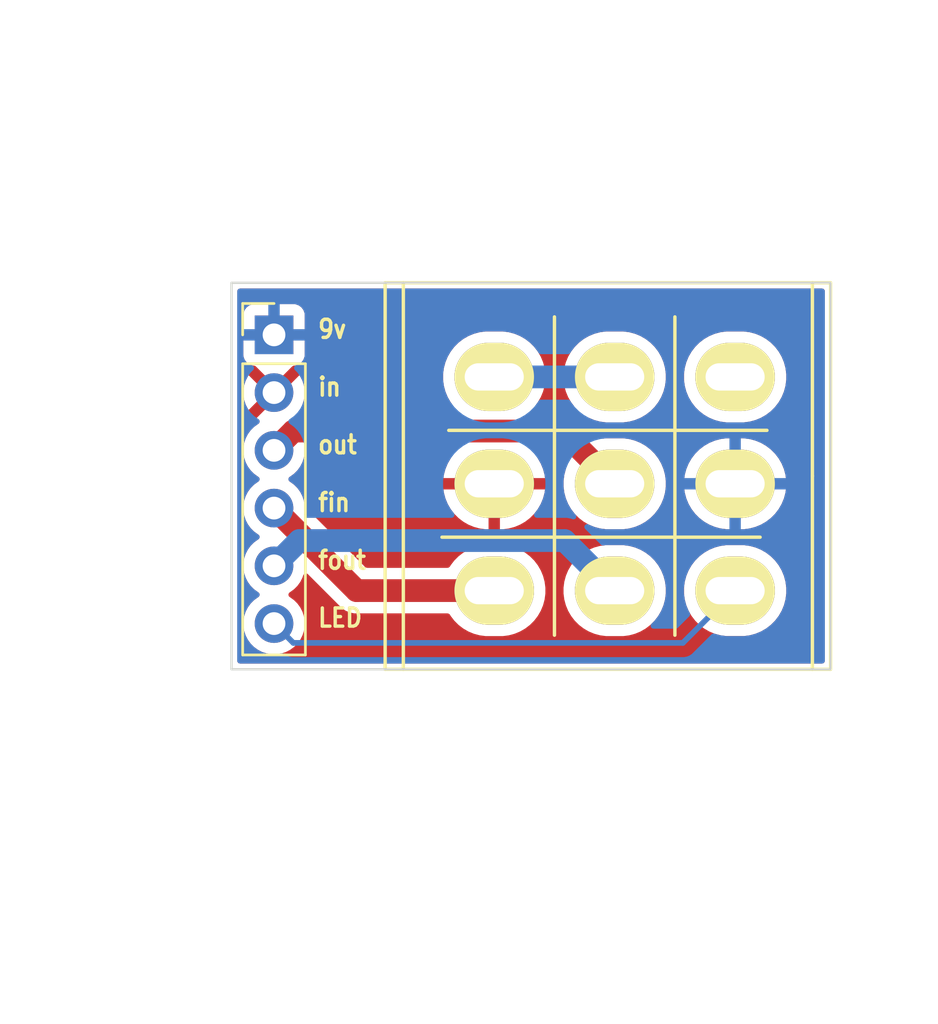
<source format=kicad_pcb>
(kicad_pcb (version 20241229) (generator "pcbnew") (generator_version "9.0")
  (title_block (title "Wah") (date "2025-11-13") (rev "0.6.1") (company "KnightHill Engineering"))
  (layers (0 "F.Cu" power) (2 "B.Cu" power) (13 "F.Paste" user) (15 "B.Paste" user) (5 "F.SilkS" user "F.Silkscreen") (7 "B.SilkS" user "B.Silkscreen") (1 "F.Mask" user) (3 "B.Mask" user) (25 "Edge.Cuts" user))
  (net 0 "")
  (net 1 "Net-(J2-Pin_4)")
  (net 2 "Net-(J2-Pin_6)")
  (net 3 "Net-(J2-Pin_3)")
  (net 4 "Net-(J2-Pin_5)")
  (net 5 "/JIN")
  (net 6 "Net-(SW1-A-Pad1)")
  (net 8 "/9V")
  (footprint "CustomFootprints:Switches_Stomp_Switch_3PDT" (layer "F.Cu") (at 132.1 101.785)
    (property "Reference" "SW1" (hide yes))
    (property "Value" "SW_Push_3PDT" (hide yes))
    (fp_line (start -9.8 -8.5) (end -9 -8.5) (stroke (width 0.15)) (layer "F.SilkS"))
    (fp_line (start -9.8 8.5) (end -9.8 -8.5) (stroke (width 0.15)) (layer "F.SilkS"))
    (fp_line (start -9 -8.5) (end 9 -8.5) (stroke (width 0.15)) (layer "F.SilkS"))
    (fp_line (start -9 8.5) (end -9.8 8.5) (stroke (width 0.15)) (layer "F.SilkS"))
    (fp_line (start -9 8.5) (end -9 -8.5) (stroke (width 0.15)) (layer "F.SilkS"))
    (fp_line (start -9 8.5) (end 9 8.5) (stroke (width 0.15)) (layer "F.SilkS"))
    (fp_line (start -7 -2.01) (end 7 -2.01) (stroke (width 0.15)) (layer "F.SilkS"))
    (fp_line (start -2.35 -7) (end -2.35 7) (stroke (width 0.15)) (layer "F.SilkS"))
    (fp_line (start 2.95 7) (end 2.95 -7) (stroke (width 0.15)) (layer "F.SilkS"))
    (fp_line (start 6.7 2.69) (end -7.3 2.69) (stroke (width 0.15)) (layer "F.SilkS"))
    (fp_line (start 9 -8.5) (end 9 0) (stroke (width 0.15)) (layer "F.SilkS"))
    (fp_line (start 9 8.5) (end 9 0) (stroke (width 0.15)) (layer "F.SilkS"))
    (fp_line (start 9.8 -8.5) (end 9 -8.5) (stroke (width 0.15)) (layer "F.SilkS"))
    (fp_line (start 9.8 8.5) (end 9 8.5) (stroke (width 0.15)) (layer "F.SilkS"))
    (fp_line (start 9.8 8.5) (end 9.8 -8.5) (stroke (width 0.15)) (layer "F.SilkS"))
    (pad "1" thru_hole oval (at -5 -4.36) (size 3.5 3) (drill oval 2.6 1.2) (layers "*.Cu" "*.Mask" "F.SilkS") (net 6 "Net-(SW1-A-Pad1)"))
    (pad "2" thru_hole oval (at -5 0.34) (size 3.5 3) (drill oval 2.6 1.2) (layers "*.Cu" "*.Mask" "F.SilkS") (net 5 "/JIN"))
    (pad "3" thru_hole oval (at -5 5.04) (size 3.5 3) (drill oval 2.6 1.2) (layers "*.Cu" "*.Mask" "F.SilkS") (net 1 "Net-(J2-Pin_4)"))
    (pad "4" thru_hole oval (at 0.3 -4.36) (size 3.5 3) (drill oval 2.6 1.2) (layers "*.Cu" "*.Mask" "F.SilkS") (net 6 "Net-(SW1-A-Pad1)"))
    (pad "5" thru_hole oval (at 0.3 0.34) (size 3.5 3) (drill oval 2.6 1.2) (layers "*.Cu" "*.Mask" "F.SilkS") (net 3 "Net-(J2-Pin_3)"))
    (pad "6" thru_hole oval (at 0.3 5.04) (size 3.5 3) (drill oval 2.6 1.2) (layers "*.Cu" "*.Mask" "F.SilkS") (net 4 "Net-(J2-Pin_5)"))
    (pad "7" thru_hole oval (at 5.6 -4.36) (size 3.5 3) (drill oval 2.6 1.2) (layers "*.Cu" "*.Mask" "F.SilkS"))
    (pad "8" thru_hole oval (at 5.6 0.34) (size 3.5 3) (drill oval 2.6 1.2) (layers "*.Cu" "*.Mask" "F.SilkS") (net 8 "/9V"))
    (pad "9" thru_hole oval (at 5.6 5.04) (size 3.5 3) (drill oval 2.6 1.2) (layers "*.Cu" "*.Mask" "F.SilkS") (net 2 "Net-(J2-Pin_6)"))
  )
  (footprint "Connector_PinHeader_2.54mm:PinHeader_1x06_P2.54mm_Vertical" (layer "F.Cu") (at 117.41 95.575)
    (property "Reference" "J2" (hide yes))
    (property "Value" "Conn_01x06_Pin")
    (fp_line (start -1.38 -1.38) (end 0 -1.38) (stroke (width 0.12)) (layer "F.SilkS"))
    (fp_line (start -1.38 0) (end -1.38 -1.38) (stroke (width 0.12)) (layer "F.SilkS"))
    (fp_line (start -1.38 1.27) (end -1.38 14.08) (stroke (width 0.12)) (layer "F.SilkS"))
    (fp_line (start -1.38 1.27) (end 1.38 1.27) (stroke (width 0.12)) (layer "F.SilkS"))
    (fp_line (start -1.38 14.08) (end 1.38 14.08) (stroke (width 0.12)) (layer "F.SilkS"))
    (fp_line (start 1.38 1.27) (end 1.38 14.08) (stroke (width 0.12)) (layer "F.SilkS"))
    (pad "1" thru_hole rect (at 0 0) (size 1.7 1.7) (drill 1) (layers "*.Cu" "*.Mask") (net 8 "/9V"))
    (pad "2" thru_hole circle (at 0 2.54) (size 1.7 1.7) (drill 1) (layers "*.Cu" "*.Mask") (net 5 "/JIN"))
    (pad "3" thru_hole circle (at 0 5.08) (size 1.7 1.7) (drill 1) (layers "*.Cu" "*.Mask") (net 3 "Net-(J2-Pin_3)"))
    (pad "4" thru_hole circle (at 0 7.62) (size 1.7 1.7) (drill 1) (layers "*.Cu" "*.Mask") (net 1 "Net-(J2-Pin_4)"))
    (pad "5" thru_hole circle (at 0 10.16) (size 1.7 1.7) (drill 1) (layers "*.Cu" "*.Mask") (net 4 "Net-(J2-Pin_5)"))
    (pad "6" thru_hole circle (at 0 12.7) (size 1.7 1.7) (drill 1) (layers "*.Cu" "*.Mask") (net 2 "Net-(J2-Pin_6)"))
  )
  (gr_rect (start 115.54 93.285) (end 141.9 110.285) (stroke (width 0.1)) (fill no) (layer "Edge.Cuts"))
  (gr_text "fin" (at 119.27 103.41225 0) (layer "F.SilkS") (effects (font (size 0.8 0.7)) (justify left bottom)))
  (gr_text "out" (at 119.27 100.87225 0) (layer "F.SilkS") (effects (font (size 0.8 0.7)) (justify left bottom)))
  (gr_text "fout" (at 119.27 105.95225 0) (layer "F.SilkS") (effects (font (size 0.8 0.7)) (justify left bottom)))
  (gr_text "LED" (at 119.27 108.49225 0) (layer "F.SilkS") (effects (font (size 0.8 0.7)) (justify left bottom)))
  (gr_text "9v" (at 119.27 95.79225 0) (layer "F.SilkS") (effects (font (size 0.8 0.7)) (justify left bottom)))
  (gr_text "in" (at 119.27 98.33225 0) (layer "F.SilkS") (effects (font (size 0.8 0.7)) (justify left bottom)))
  (segment (start 121.04 106.825) (end 127.1 106.825) (width 1) (layer "F.Cu") (net 1))
  (segment (start 117.41 103.195) (end 121.04 106.825) (width 1) (layer "F.Cu") (net 1))
  (segment (start 117.41 108.275) (end 118.26 109.125) (width 0.25) (layer "B.Cu") (net 2))
  (segment (start 135.4 109.125) (end 137.7 106.825) (width 0.25) (layer "B.Cu") (net 2))
  (segment (start 118.26 109.125) (end 135.4 109.125) (width 0.25) (layer "B.Cu") (net 2))
  (segment (start 118.26 99.805) (end 130.08 99.805) (width 1) (layer "F.Cu") (net 3))
  (segment (start 117.41 100.655) (end 118.26 99.805) (width 1) (layer "F.Cu") (net 3))
  (segment (start 130.08 99.805) (end 132.4 102.125) (width 1) (layer "F.Cu") (net 3))
  (segment (start 117.41 105.735) (end 118.521 104.624) (width 1) (layer "B.Cu") (net 4))
  (segment (start 118.521 104.624) (end 130.199 104.624) (width 1) (layer "B.Cu") (net 4))
  (segment (start 130.199 104.624) (end 132.4 106.825) (width 1) (layer "B.Cu") (net 4))
  (segment (start 127.1 97.425) (end 132.4 97.425) (width 1) (layer "B.Cu") (net 6))
  (zone (net 5) (net_name "/JIN") (layer "F.Cu") (name "VCC") (connect_pads (clearance 0.5)) (min_thickness 0.25) (fill yes (thermal_gap 0.5) (thermal_bridge_width 0.5))
    (polygon (pts (xy 105.57 123.385) (xy 105.352053 81.191507) (xy 144.54 80.845) (xy 145.56 123.335)))
  )
  (zone (net 8) (net_name "/9V") (layer "B.Cu") (name "VDD") (connect_pads (clearance 0.5)) (min_thickness 0.25) (fill yes (thermal_gap 0.5) (thermal_bridge_width 0.5))
    (polygon (pts (xy 107.017889 125.884521) (xy 106.459235 81.891858) (xy 145.727965 81.026894) (xy 146.627339 125.041912)))
  )
)
</source>
